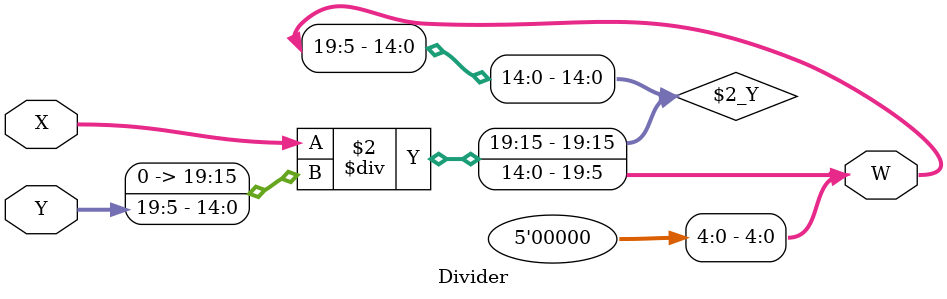
<source format=sv>
`timescale 1ns/1ns
module Divider(input [19:0] X, Y, output [19:0] W);
    assign #10 W = (X / (Y >> 5)) << 5;
endmodule
</source>
